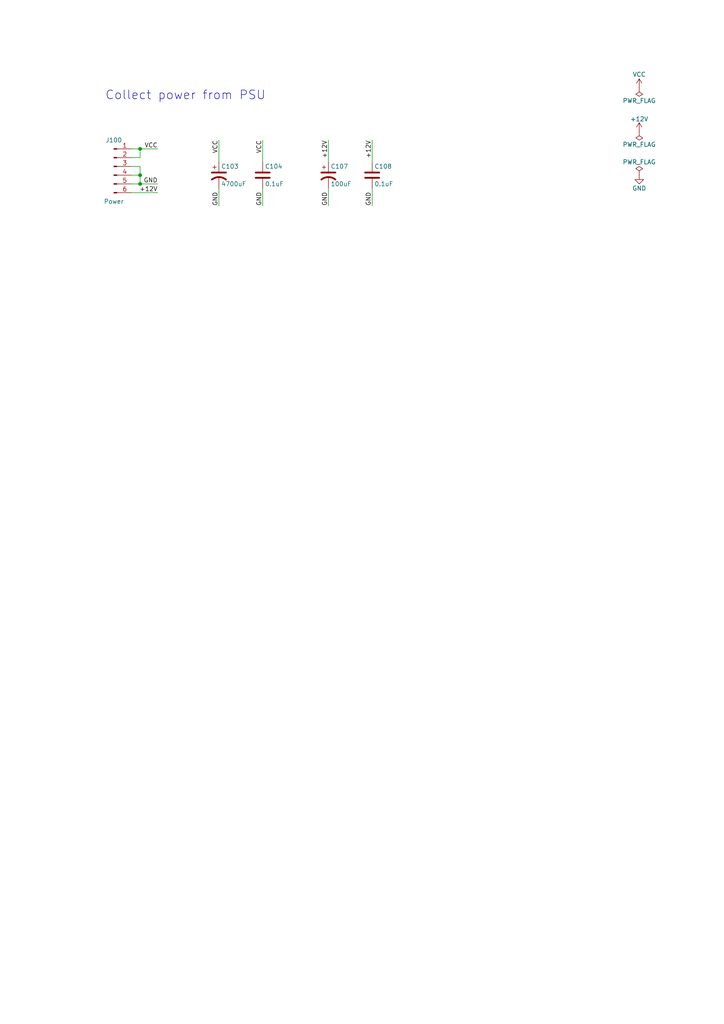
<source format=kicad_sch>
(kicad_sch (version 20230121) (generator eeschema)
  (paper "A4" portrait)
  (title_block (title "Converted schematics of Atari STE") (date "2021-08-31") (rev "1.0.0") (comment 1 "Reference : C300780-001"))
  (lib_symbols
    (symbol "Connector:Conn_01x06_Male" (pin_names (offset 1.016) hide)
      (property "Reference" "J" (at 0 7.62 0))
      (property "Value" "Connector_Conn_01x06_Male" (at 0 -10.16 0))
      (symbol "Conn_01x06_Male_1_1"
        (polyline (pts (xy 1.27 -7.62) (xy 0.8636 -7.62)) (stroke (width 0.1524)))
        (polyline (pts (xy 1.27 -5.08) (xy 0.8636 -5.08)) (stroke (width 0.1524)))
        (polyline (pts (xy 1.27 -2.54) (xy 0.8636 -2.54)) (stroke (width 0.1524)))
        (polyline (pts (xy 1.27 0) (xy 0.8636 0)) (stroke (width 0.1524)))
        (polyline (pts (xy 1.27 2.54) (xy 0.8636 2.54)) (stroke (width 0.1524)))
        (polyline (pts (xy 1.27 5.08) (xy 0.8636 5.08)) (stroke (width 0.1524)))
        (rectangle (start 0.8636 -7.493) (end 0 -7.747) (stroke (width 0.1524)) (fill (type outline)))
        (rectangle (start 0.8636 -4.953) (end 0 -5.207) (stroke (width 0.1524)) (fill (type outline)))
        (rectangle (start 0.8636 -2.413) (end 0 -2.667) (stroke (width 0.1524)) (fill (type outline)))
        (rectangle (start 0.8636 0.127) (end 0 -0.127) (stroke (width 0.1524)) (fill (type outline)))
        (rectangle (start 0.8636 2.667) (end 0 2.413) (stroke (width 0.1524)) (fill (type outline)))
        (rectangle (start 0.8636 5.207) (end 0 4.953) (stroke (width 0.1524)) (fill (type outline)))
        (pin passive line (at 5.08 5.08 180) (length 3.81) (name "Pin_1") (number "1"))
        (pin passive line (at 5.08 2.54 180) (length 3.81) (name "Pin_2") (number "2"))
        (pin passive line (at 5.08 0 180) (length 3.81) (name "Pin_3") (number "3"))
        (pin passive line (at 5.08 -2.54 180) (length 3.81) (name "Pin_4") (number "4"))
        (pin passive line (at 5.08 -5.08 180) (length 3.81) (name "Pin_5") (number "5"))
        (pin passive line (at 5.08 -7.62 180) (length 3.81) (name "Pin_6") (number "6"))
      )
    )
    (symbol "Device:C" (pin_numbers hide) (pin_names (offset 0.254))
      (property "Reference" "C" (at 0.635 2.54 0))
      (property "Value" "C" (at 0.635 -2.54 0))
      (symbol "C_0_1"
        (polyline (pts (xy -2.032 -0.762) (xy 2.032 -0.762)) (stroke (width 0.508)))
        (polyline (pts (xy -2.032 0.762) (xy 2.032 0.762)) (stroke (width 0.508)))
      )
      (symbol "C_1_1"
        (pin passive line (at 0 3.81 270) (length 2.794) (name "~") (number "1"))
        (pin passive line (at 0 -3.81 90) (length 2.794) (name "~") (number "2"))
      )
    )
    (symbol "Device:CP1" (pin_numbers hide) (pin_names (offset 0.254) hide)
      (property "Reference" "C" (at 0.635 2.54 0))
      (property "Value" "Device_CP1" (at 0.635 -2.54 0))
      (symbol "CP1_0_1"
        (polyline (pts (xy -2.032 0.762) (xy 2.032 0.762)) (stroke (width 0.508)))
        (polyline (pts (xy -1.778 2.286) (xy -0.762 2.286)))
        (polyline (pts (xy -1.27 1.778) (xy -1.27 2.794)))
        (arc (start 2.032 -1.27) (mid 0 -0.5572) (end -2.032 -1.27) (stroke (width 0.508)))
      )
      (symbol "CP1_1_1"
        (pin passive line (at 0 3.81 270) (length 2.794) (name "~") (number "1"))
        (pin passive line (at 0 -3.81 90) (length 3.302) (name "~") (number "2"))
      )
    )
    (symbol "power:+12V" (power) (pin_names (offset 0))
      (property "Value" "+12V" (at 0 3.556 0))
      (symbol "+12V_0_1"
        (polyline (pts (xy -0.762 1.27) (xy 0 2.54)))
        (polyline (pts (xy 0 0) (xy 0 2.54)))
        (polyline (pts (xy 0 2.54) (xy 0.762 1.27)))
      )
      (symbol "+12V_1_1"
        (pin power_in line (at 0 0 90) (length 0) hide (name "+12V") (number "1"))
      )
    )
    (symbol "power:GND" (power) (pin_names (offset 0))
      (property "Value" "GND" (at 0 -3.81 0))
      (symbol "GND_0_1"
        (polyline (pts (xy 0 0) (xy 0 -1.27) (xy 1.27 -1.27) (xy 0 -2.54) (xy -1.27 -1.27) (xy 0 -1.27)))
      )
      (symbol "GND_1_1"
        (pin power_in line (at 0 0 270) (length 0) hide (name "GND") (number "1"))
      )
    )
    (symbol "power:PWR_FLAG" (power) (pin_numbers hide) (pin_names (offset 0) hide)
      (property "Value" "PWR_FLAG" (at 0 3.81 0))
      (symbol "PWR_FLAG_0_0"
        (pin power_out line (at 0 0 90) (length 0) (name "pwr") (number "1"))
      )
      (symbol "PWR_FLAG_0_1"
        (polyline (pts (xy 0 0) (xy 0 1.27) (xy -1.016 1.905) (xy 0 2.54) (xy 1.016 1.905) (xy 0 1.27)))
      )
    )
    (symbol "power:VCC" (power) (pin_names (offset 0))
      (property "Value" "VCC" (at 0 3.81 0))
      (symbol "VCC_0_1"
        (polyline (pts (xy -0.762 1.27) (xy 0 2.54)))
        (polyline (pts (xy 0 0) (xy 0 2.54)))
        (polyline (pts (xy 0 2.54) (xy 0.762 1.27)))
      )
      (symbol "VCC_1_1"
        (pin power_in line (at 0 0 90) (length 0) hide (name "VCC") (number "1"))
      )
    )
  )
  (junction (at 40.64 43.18))
  (junction (at 40.64 50.8))
  (junction (at 40.64 53.34))
  (wire (pts (xy 38.1 43.18) (xy 40.64 43.18)))
  (wire (pts (xy 63.5 59.69) (xy 63.5 54.61)))
  (wire (pts (xy 38.1 53.34) (xy 40.64 53.34)))
  (wire (pts (xy 40.64 43.18) (xy 45.72 43.18)))
  (wire (pts (xy 40.64 45.72) (xy 40.64 43.18)))
  (wire (pts (xy 40.64 53.34) (xy 45.72 53.34)))
  (wire (pts (xy 107.95 59.69) (xy 107.95 54.61)))
  (wire (pts (xy 38.1 45.72) (xy 40.64 45.72)))
  (wire (pts (xy 40.64 48.26) (xy 40.64 50.8)))
  (wire (pts (xy 95.25 46.99) (xy 95.25 40.64)))
  (wire (pts (xy 38.1 55.88) (xy 45.72 55.88)))
  (wire (pts (xy 76.2 46.99) (xy 76.2 40.64)))
  (wire (pts (xy 107.95 46.99) (xy 107.95 40.64)))
  (wire (pts (xy 38.1 50.8) (xy 40.64 50.8)))
  (wire (pts (xy 95.25 59.69) (xy 95.25 54.61)))
  (wire (pts (xy 76.2 59.69) (xy 76.2 54.61)))
  (wire (pts (xy 63.5 46.99) (xy 63.5 40.64)))
  (wire (pts (xy 38.1 48.26) (xy 40.64 48.26)))
  (wire (pts (xy 40.64 50.8) (xy 40.64 53.34)))
  (text "Collect power from PSU" (at 30.48 29.21 0) (effects (font (size 2.54 2.54)) (justify left bottom)))
  (label "+12V" (at 45.72 55.88 180))
  (label "VCC" (at 45.72 43.18 180))
  (label "GND" (at 76.2 59.69 90))
  (label "VCC" (at 63.5 40.64 270))
  (label "+12V" (at 95.25 40.64 270))
  (label "+12V" (at 107.95 40.64 270))
  (label "GND" (at 95.25 59.69 90))
  (label "GND" (at 107.95 59.69 90))
  (label "GND" (at 63.5 59.69 90))
  (label "VCC" (at 76.2 40.64 270))
  (label "GND" (at 45.72 53.34 180))
  (symbol (lib_id "Connector:Conn_01x06_Male") (at 33.02 48.26 0) (unit 1)
    (property "Reference" "J100" (at 33.02 40.64 0))
    (property "Value" "Power" (at 33.02 58.42 0))
    (property "Footprint" "Connector_Molex:Molex_KK-254_AE-6410-06A_1x06_P2.54mm_Vertical" (effects hide))
  )
  (symbol (lib_id "Device:CP1") (at 63.5 50.8 0) (unit 1)
    (property "Reference" "C103" (at 64.135 48.26 0) (effects (justify left)))
    (property "Value" "4700uF" (at 64.135 53.34 0) (effects (justify left)))
    (property "Footprint" "commons_passives_THT:Passive_THT_capacitor_polarized_W16.51mm_L45.72mm" (effects hide))
  )
  (symbol (lib_id "Device:CP1") (at 95.25 50.8 0) (unit 1)
    (property "Reference" "C107" (at 95.885 48.26 0) (effects (justify left)))
    (property "Value" "100uF" (at 95.885 53.34 0) (effects (justify left)))
    (property "Footprint" "commons_passives_THT:Passive_THT_capacitor_polarized_W6.35mm_L20.32mm" (effects hide))
  )
  (symbol (lib_id "Device:C") (at 76.2 50.8 0) (unit 1)
    (property "Reference" "C104" (at 76.835 48.26 0) (effects (justify left)))
    (property "Value" "0.1uF" (at 76.835 53.34 0) (effects (justify left)))
    (property "Footprint" "commons_passives_THT:Passive_THT_capacitor_mlcc_W2.54mm_L7.62mm" (effects hide))
  )
  (symbol (lib_id "Device:C") (at 107.95 50.8 0) (unit 1)
    (property "Reference" "C108" (at 108.585 48.26 0) (effects (justify left)))
    (property "Value" "0.1uF" (at 108.585 53.34 0) (effects (justify left)))
    (property "Footprint" "commons_passives_THT:Passive_THT_capacitor_mlcc_W2.54mm_L7.62mm" (effects hide))
  )
  (symbol (lib_id "power:PWR_FLAG") (at 185.42 25.4 180) (unit 1)
    (property "Reference" "#FLG0101" (effects hide))
    (property "Value" "PWR_FLAG" (at 185.42 29.21 0))
  )
  (symbol (lib_id "power:PWR_FLAG") (at 185.42 50.8 0) (unit 1)
    (property "Reference" "#FLG0103" (effects hide))
    (property "Value" "PWR_FLAG" (at 185.42 46.99 0))
  )
  (symbol (lib_id "power:PWR_FLAG") (at 185.42 38.1 180) (unit 1)
    (property "Reference" "#FLG0102" (effects hide))
    (property "Value" "PWR_FLAG" (at 185.42 41.91 0))
  )
  (symbol (lib_id "power:VCC") (at 185.42 25.4 0) (unit 1)
    (property "Reference" "#PWR0102" (effects hide))
    (property "Value" "VCC" (at 185.42 21.59 0))
  )
  (symbol (lib_id "power:+12V") (at 185.42 38.1 0) (unit 1)
    (property "Reference" "#PWR0103" (effects hide))
    (property "Value" "+12V" (at 185.42 34.544 0))
  )
  (symbol (lib_id "power:GND") (at 185.42 50.8 0) (unit 1)
    (property "Reference" "#PWR0101" (effects hide))
    (property "Value" "GND" (at 185.42 54.61 0))
  )
)
</source>
